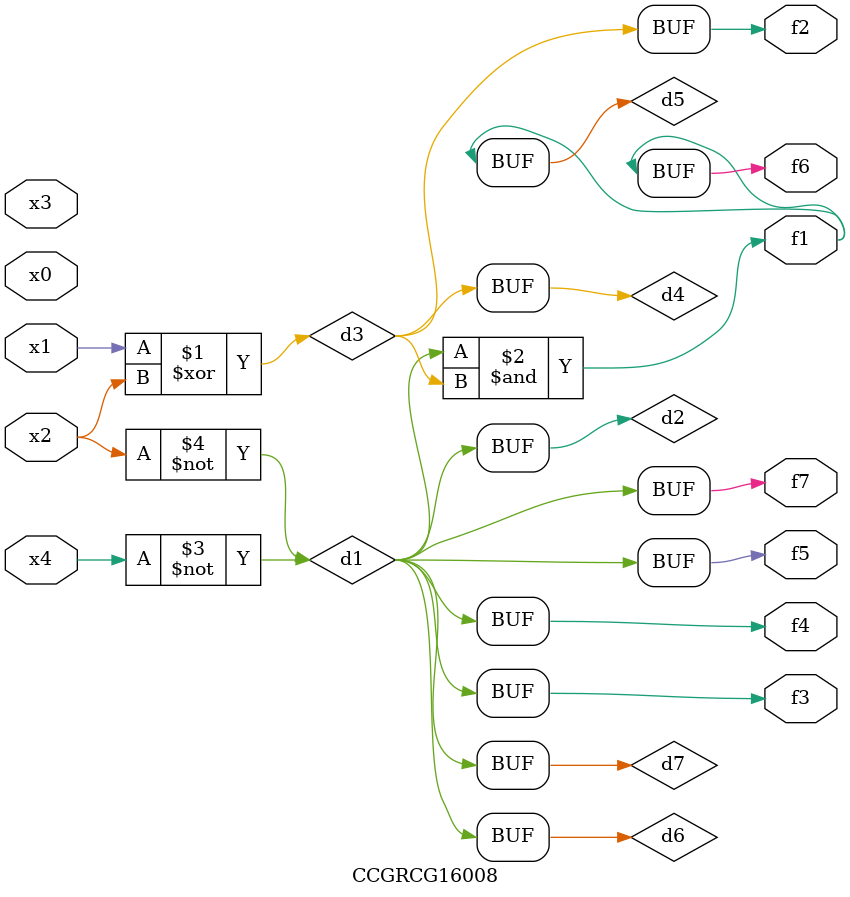
<source format=v>
module CCGRCG16008(
	input x0, x1, x2, x3, x4,
	output f1, f2, f3, f4, f5, f6, f7
);

	wire d1, d2, d3, d4, d5, d6, d7;

	not (d1, x4);
	not (d2, x2);
	xor (d3, x1, x2);
	buf (d4, d3);
	and (d5, d1, d3);
	buf (d6, d1, d2);
	buf (d7, d2);
	assign f1 = d5;
	assign f2 = d4;
	assign f3 = d7;
	assign f4 = d7;
	assign f5 = d7;
	assign f6 = d5;
	assign f7 = d7;
endmodule

</source>
